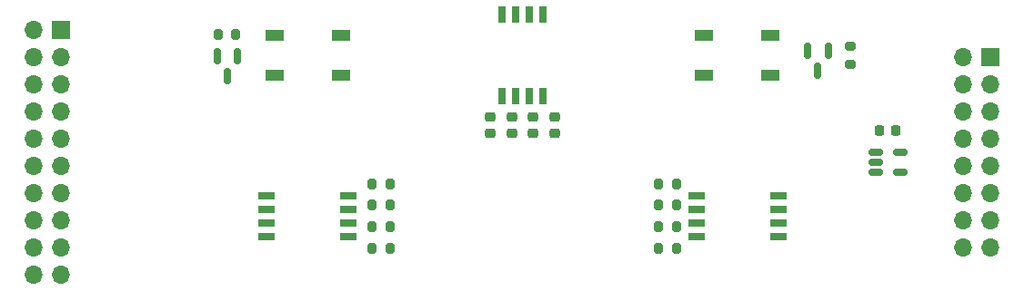
<source format=gbr>
%TF.GenerationSoftware,KiCad,Pcbnew,8.0.3*%
%TF.CreationDate,2025-07-14T16:25:53+02:00*%
%TF.ProjectId,Cmes,436d6573-2e6b-4696-9361-645f70636258,rev?*%
%TF.SameCoordinates,Original*%
%TF.FileFunction,Soldermask,Top*%
%TF.FilePolarity,Negative*%
%FSLAX46Y46*%
G04 Gerber Fmt 4.6, Leading zero omitted, Abs format (unit mm)*
G04 Created by KiCad (PCBNEW 8.0.3) date 2025-07-14 16:25:53*
%MOMM*%
%LPD*%
G01*
G04 APERTURE LIST*
G04 Aperture macros list*
%AMRoundRect*
0 Rectangle with rounded corners*
0 $1 Rounding radius*
0 $2 $3 $4 $5 $6 $7 $8 $9 X,Y pos of 4 corners*
0 Add a 4 corners polygon primitive as box body*
4,1,4,$2,$3,$4,$5,$6,$7,$8,$9,$2,$3,0*
0 Add four circle primitives for the rounded corners*
1,1,$1+$1,$2,$3*
1,1,$1+$1,$4,$5*
1,1,$1+$1,$6,$7*
1,1,$1+$1,$8,$9*
0 Add four rect primitives between the rounded corners*
20,1,$1+$1,$2,$3,$4,$5,0*
20,1,$1+$1,$4,$5,$6,$7,0*
20,1,$1+$1,$6,$7,$8,$9,0*
20,1,$1+$1,$8,$9,$2,$3,0*%
G04 Aperture macros list end*
%ADD10R,1.800000X1.100000*%
%ADD11RoundRect,0.200000X0.200000X0.275000X-0.200000X0.275000X-0.200000X-0.275000X0.200000X-0.275000X0*%
%ADD12RoundRect,0.150000X-0.512500X-0.150000X0.512500X-0.150000X0.512500X0.150000X-0.512500X0.150000X0*%
%ADD13RoundRect,0.225000X0.250000X-0.225000X0.250000X0.225000X-0.250000X0.225000X-0.250000X-0.225000X0*%
%ADD14R,1.500000X0.760000*%
%ADD15RoundRect,0.225000X0.225000X0.250000X-0.225000X0.250000X-0.225000X-0.250000X0.225000X-0.250000X0*%
%ADD16RoundRect,0.200000X0.275000X-0.200000X0.275000X0.200000X-0.275000X0.200000X-0.275000X-0.200000X0*%
%ADD17R,0.760000X1.500000*%
%ADD18RoundRect,0.150000X-0.150000X0.587500X-0.150000X-0.587500X0.150000X-0.587500X0.150000X0.587500X0*%
%ADD19R,1.700000X1.700000*%
%ADD20O,1.700000X1.700000*%
G04 APERTURE END LIST*
D10*
%TO.C,SW4*%
X108100000Y-78850000D03*
X101900000Y-78850000D03*
X108100000Y-75150000D03*
X101900000Y-75150000D03*
%TD*%
D11*
%TO.C,R3*%
X139325000Y-91000000D03*
X137675000Y-91000000D03*
%TD*%
%TO.C,R4*%
X139325000Y-93000000D03*
X137675000Y-93000000D03*
%TD*%
D12*
%TO.C,U1*%
X157862500Y-86050000D03*
X157862500Y-87000000D03*
X157862500Y-87950000D03*
X160137500Y-87950000D03*
X160137500Y-86050000D03*
%TD*%
D13*
%TO.C,C4*%
X122000000Y-84275000D03*
X122000000Y-82725000D03*
%TD*%
D11*
%TO.C,R7*%
X112650000Y-93000000D03*
X111000000Y-93000000D03*
%TD*%
D13*
%TO.C,C3*%
X124000000Y-84275000D03*
X124000000Y-82725000D03*
%TD*%
D14*
%TO.C,SW3*%
X101190000Y-90090000D03*
X101190000Y-91360000D03*
X101190000Y-92630000D03*
X101190000Y-93910000D03*
X108810000Y-93910000D03*
X108810000Y-92630000D03*
X108810000Y-91360000D03*
X108810000Y-90090000D03*
%TD*%
D15*
%TO.C,C5*%
X159775000Y-84000000D03*
X158225000Y-84000000D03*
%TD*%
D16*
%TO.C,R9*%
X155500000Y-77825000D03*
X155500000Y-76175000D03*
%TD*%
D13*
%TO.C,C1*%
X128000000Y-84275000D03*
X128000000Y-82725000D03*
%TD*%
D11*
%TO.C,R10*%
X98325000Y-75062500D03*
X96675000Y-75062500D03*
%TD*%
%TO.C,R2*%
X112650000Y-89000000D03*
X111000000Y-89000000D03*
%TD*%
%TO.C,R5*%
X139325000Y-95000000D03*
X137675000Y-95000000D03*
%TD*%
D17*
%TO.C,SW1*%
X126910000Y-73190000D03*
X125640000Y-73190000D03*
X124370000Y-73190000D03*
X123090000Y-73190000D03*
X123090000Y-80810000D03*
X124370000Y-80810000D03*
X125640000Y-80810000D03*
X126910000Y-80810000D03*
%TD*%
D11*
%TO.C,R1*%
X139325000Y-89000000D03*
X137675000Y-89000000D03*
%TD*%
D14*
%TO.C,SW2*%
X148810000Y-93910000D03*
X148810000Y-92640000D03*
X148810000Y-91370000D03*
X148810000Y-90090000D03*
X141190000Y-90090000D03*
X141190000Y-91370000D03*
X141190000Y-92640000D03*
X141190000Y-93910000D03*
%TD*%
D10*
%TO.C,SW5*%
X141900000Y-75150000D03*
X148100000Y-75150000D03*
X141900000Y-78850000D03*
X148100000Y-78850000D03*
%TD*%
D18*
%TO.C,Q2*%
X153450000Y-76562500D03*
X151550000Y-76562500D03*
X152500000Y-78437500D03*
%TD*%
D11*
%TO.C,R8*%
X112650000Y-95000000D03*
X111000000Y-95000000D03*
%TD*%
D18*
%TO.C,Q1*%
X98450000Y-77062500D03*
X96550000Y-77062500D03*
X97500000Y-78937500D03*
%TD*%
D11*
%TO.C,R6*%
X112650000Y-91000000D03*
X111000000Y-91000000D03*
%TD*%
D13*
%TO.C,C2*%
X126000000Y-84275000D03*
X126000000Y-82725000D03*
%TD*%
D19*
%TO.C,J1*%
X82014400Y-74650600D03*
D20*
X79474400Y-74650600D03*
X82014400Y-77190600D03*
X79474400Y-77190600D03*
X82014400Y-79730600D03*
X79474400Y-79730600D03*
X82014400Y-82270600D03*
X79474400Y-82270600D03*
X82014400Y-84810600D03*
X79474400Y-84810600D03*
X82014400Y-87350600D03*
X79474400Y-87350600D03*
X82014400Y-89890600D03*
X79474400Y-89890600D03*
X82014400Y-92430600D03*
X79474400Y-92430600D03*
X82014400Y-94970600D03*
X79474400Y-94970600D03*
X82014400Y-97510600D03*
X79474400Y-97510600D03*
%TD*%
D19*
%TO.C,J2*%
X168554400Y-77190600D03*
D20*
X166014400Y-77190600D03*
X168554400Y-79730600D03*
X166014400Y-79730600D03*
X168554400Y-82270600D03*
X166014400Y-82270600D03*
X168554400Y-84810600D03*
X166014400Y-84810600D03*
X168554400Y-87350600D03*
X166014400Y-87350600D03*
X168554400Y-89890600D03*
X166014400Y-89890600D03*
X168554400Y-92430600D03*
X166014400Y-92430600D03*
X168554400Y-94970600D03*
X166014400Y-94970600D03*
%TD*%
M02*

</source>
